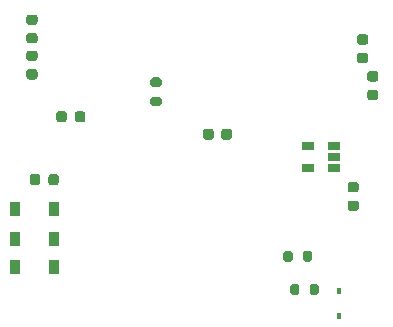
<source format=gbr>
G04 #@! TF.GenerationSoftware,KiCad,Pcbnew,5.1.8-1.fc33*
G04 #@! TF.CreationDate,2020-12-23T22:24:44+01:00*
G04 #@! TF.ProjectId,venom,76656e6f-6d2e-46b6-9963-61645f706362,rev?*
G04 #@! TF.SameCoordinates,Original*
G04 #@! TF.FileFunction,Paste,Bot*
G04 #@! TF.FilePolarity,Positive*
%FSLAX46Y46*%
G04 Gerber Fmt 4.6, Leading zero omitted, Abs format (unit mm)*
G04 Created by KiCad (PCBNEW 5.1.8-1.fc33) date 2020-12-23 22:24:44*
%MOMM*%
%LPD*%
G01*
G04 APERTURE LIST*
%ADD10R,0.900000X1.200000*%
%ADD11R,0.450000X0.600000*%
%ADD12R,1.060000X0.650000*%
G04 APERTURE END LIST*
G36*
G01*
X147825000Y-118336250D02*
X147825000Y-117823750D01*
G75*
G02*
X148043750Y-117605000I218750J0D01*
G01*
X148481250Y-117605000D01*
G75*
G02*
X148700000Y-117823750I0J-218750D01*
G01*
X148700000Y-118336250D01*
G75*
G02*
X148481250Y-118555000I-218750J0D01*
G01*
X148043750Y-118555000D01*
G75*
G02*
X147825000Y-118336250I0J218750D01*
G01*
G37*
G36*
G01*
X149400000Y-118336250D02*
X149400000Y-117823750D01*
G75*
G02*
X149618750Y-117605000I218750J0D01*
G01*
X150056250Y-117605000D01*
G75*
G02*
X150275000Y-117823750I0J-218750D01*
G01*
X150275000Y-118336250D01*
G75*
G02*
X150056250Y-118555000I-218750J0D01*
G01*
X149618750Y-118555000D01*
G75*
G02*
X149400000Y-118336250I0J218750D01*
G01*
G37*
D10*
X146540000Y-123070000D03*
X149840000Y-123070000D03*
X146540000Y-125450000D03*
X149840000Y-125450000D03*
X146550000Y-120560000D03*
X149850000Y-120560000D03*
G36*
G01*
X147743750Y-105670000D02*
X148256250Y-105670000D01*
G75*
G02*
X148475000Y-105888750I0J-218750D01*
G01*
X148475000Y-106326250D01*
G75*
G02*
X148256250Y-106545000I-218750J0D01*
G01*
X147743750Y-106545000D01*
G75*
G02*
X147525000Y-106326250I0J218750D01*
G01*
X147525000Y-105888750D01*
G75*
G02*
X147743750Y-105670000I218750J0D01*
G01*
G37*
G36*
G01*
X147743750Y-104095000D02*
X148256250Y-104095000D01*
G75*
G02*
X148475000Y-104313750I0J-218750D01*
G01*
X148475000Y-104751250D01*
G75*
G02*
X148256250Y-104970000I-218750J0D01*
G01*
X147743750Y-104970000D01*
G75*
G02*
X147525000Y-104751250I0J218750D01*
G01*
X147525000Y-104313750D01*
G75*
G02*
X147743750Y-104095000I218750J0D01*
G01*
G37*
G36*
G01*
X147743750Y-107155000D02*
X148256250Y-107155000D01*
G75*
G02*
X148475000Y-107373750I0J-218750D01*
G01*
X148475000Y-107811250D01*
G75*
G02*
X148256250Y-108030000I-218750J0D01*
G01*
X147743750Y-108030000D01*
G75*
G02*
X147525000Y-107811250I0J218750D01*
G01*
X147525000Y-107373750D01*
G75*
G02*
X147743750Y-107155000I218750J0D01*
G01*
G37*
G36*
G01*
X147743750Y-108730000D02*
X148256250Y-108730000D01*
G75*
G02*
X148475000Y-108948750I0J-218750D01*
G01*
X148475000Y-109386250D01*
G75*
G02*
X148256250Y-109605000I-218750J0D01*
G01*
X147743750Y-109605000D01*
G75*
G02*
X147525000Y-109386250I0J218750D01*
G01*
X147525000Y-108948750D01*
G75*
G02*
X147743750Y-108730000I218750J0D01*
G01*
G37*
G36*
G01*
X176603750Y-110470000D02*
X177116250Y-110470000D01*
G75*
G02*
X177335000Y-110688750I0J-218750D01*
G01*
X177335000Y-111126250D01*
G75*
G02*
X177116250Y-111345000I-218750J0D01*
G01*
X176603750Y-111345000D01*
G75*
G02*
X176385000Y-111126250I0J218750D01*
G01*
X176385000Y-110688750D01*
G75*
G02*
X176603750Y-110470000I218750J0D01*
G01*
G37*
G36*
G01*
X176603750Y-108895000D02*
X177116250Y-108895000D01*
G75*
G02*
X177335000Y-109113750I0J-218750D01*
G01*
X177335000Y-109551250D01*
G75*
G02*
X177116250Y-109770000I-218750J0D01*
G01*
X176603750Y-109770000D01*
G75*
G02*
X176385000Y-109551250I0J218750D01*
G01*
X176385000Y-109113750D01*
G75*
G02*
X176603750Y-108895000I218750J0D01*
G01*
G37*
G36*
G01*
X174943750Y-118275000D02*
X175456250Y-118275000D01*
G75*
G02*
X175675000Y-118493750I0J-218750D01*
G01*
X175675000Y-118931250D01*
G75*
G02*
X175456250Y-119150000I-218750J0D01*
G01*
X174943750Y-119150000D01*
G75*
G02*
X174725000Y-118931250I0J218750D01*
G01*
X174725000Y-118493750D01*
G75*
G02*
X174943750Y-118275000I218750J0D01*
G01*
G37*
G36*
G01*
X174943750Y-119850000D02*
X175456250Y-119850000D01*
G75*
G02*
X175675000Y-120068750I0J-218750D01*
G01*
X175675000Y-120506250D01*
G75*
G02*
X175456250Y-120725000I-218750J0D01*
G01*
X174943750Y-120725000D01*
G75*
G02*
X174725000Y-120506250I0J218750D01*
G01*
X174725000Y-120068750D01*
G75*
G02*
X174943750Y-119850000I218750J0D01*
G01*
G37*
G36*
G01*
X176256250Y-108225000D02*
X175743750Y-108225000D01*
G75*
G02*
X175525000Y-108006250I0J218750D01*
G01*
X175525000Y-107568750D01*
G75*
G02*
X175743750Y-107350000I218750J0D01*
G01*
X176256250Y-107350000D01*
G75*
G02*
X176475000Y-107568750I0J-218750D01*
G01*
X176475000Y-108006250D01*
G75*
G02*
X176256250Y-108225000I-218750J0D01*
G01*
G37*
G36*
G01*
X176256250Y-106650000D02*
X175743750Y-106650000D01*
G75*
G02*
X175525000Y-106431250I0J218750D01*
G01*
X175525000Y-105993750D01*
G75*
G02*
X175743750Y-105775000I218750J0D01*
G01*
X176256250Y-105775000D01*
G75*
G02*
X176475000Y-105993750I0J-218750D01*
G01*
X176475000Y-106431250D01*
G75*
G02*
X176256250Y-106650000I-218750J0D01*
G01*
G37*
G36*
G01*
X152515000Y-112503750D02*
X152515000Y-113016250D01*
G75*
G02*
X152296250Y-113235000I-218750J0D01*
G01*
X151858750Y-113235000D01*
G75*
G02*
X151640000Y-113016250I0J218750D01*
G01*
X151640000Y-112503750D01*
G75*
G02*
X151858750Y-112285000I218750J0D01*
G01*
X152296250Y-112285000D01*
G75*
G02*
X152515000Y-112503750I0J-218750D01*
G01*
G37*
G36*
G01*
X150940000Y-112503750D02*
X150940000Y-113016250D01*
G75*
G02*
X150721250Y-113235000I-218750J0D01*
G01*
X150283750Y-113235000D01*
G75*
G02*
X150065000Y-113016250I0J218750D01*
G01*
X150065000Y-112503750D01*
G75*
G02*
X150283750Y-112285000I218750J0D01*
G01*
X150721250Y-112285000D01*
G75*
G02*
X150940000Y-112503750I0J-218750D01*
G01*
G37*
G36*
G01*
X162485620Y-114489040D02*
X162485620Y-113989040D01*
G75*
G02*
X162710620Y-113764040I225000J0D01*
G01*
X163160620Y-113764040D01*
G75*
G02*
X163385620Y-113989040I0J-225000D01*
G01*
X163385620Y-114489040D01*
G75*
G02*
X163160620Y-114714040I-225000J0D01*
G01*
X162710620Y-114714040D01*
G75*
G02*
X162485620Y-114489040I0J225000D01*
G01*
G37*
G36*
G01*
X164035620Y-114489040D02*
X164035620Y-113989040D01*
G75*
G02*
X164260620Y-113764040I225000J0D01*
G01*
X164710620Y-113764040D01*
G75*
G02*
X164935620Y-113989040I0J-225000D01*
G01*
X164935620Y-114489040D01*
G75*
G02*
X164710620Y-114714040I-225000J0D01*
G01*
X164260620Y-114714040D01*
G75*
G02*
X164035620Y-114489040I0J225000D01*
G01*
G37*
D11*
X173982380Y-127491780D03*
X173982380Y-129591780D03*
G36*
G01*
X170654160Y-127088220D02*
X170654160Y-127638220D01*
G75*
G02*
X170454160Y-127838220I-200000J0D01*
G01*
X170054160Y-127838220D01*
G75*
G02*
X169854160Y-127638220I0J200000D01*
G01*
X169854160Y-127088220D01*
G75*
G02*
X170054160Y-126888220I200000J0D01*
G01*
X170454160Y-126888220D01*
G75*
G02*
X170654160Y-127088220I0J-200000D01*
G01*
G37*
G36*
G01*
X172304160Y-127088220D02*
X172304160Y-127638220D01*
G75*
G02*
X172104160Y-127838220I-200000J0D01*
G01*
X171704160Y-127838220D01*
G75*
G02*
X171504160Y-127638220I0J200000D01*
G01*
X171504160Y-127088220D01*
G75*
G02*
X171704160Y-126888220I200000J0D01*
G01*
X172104160Y-126888220D01*
G75*
G02*
X172304160Y-127088220I0J-200000D01*
G01*
G37*
G36*
G01*
X169269960Y-124834060D02*
X169269960Y-124284060D01*
G75*
G02*
X169469960Y-124084060I200000J0D01*
G01*
X169869960Y-124084060D01*
G75*
G02*
X170069960Y-124284060I0J-200000D01*
G01*
X170069960Y-124834060D01*
G75*
G02*
X169869960Y-125034060I-200000J0D01*
G01*
X169469960Y-125034060D01*
G75*
G02*
X169269960Y-124834060I0J200000D01*
G01*
G37*
G36*
G01*
X170919960Y-124834060D02*
X170919960Y-124284060D01*
G75*
G02*
X171119960Y-124084060I200000J0D01*
G01*
X171519960Y-124084060D01*
G75*
G02*
X171719960Y-124284060I0J-200000D01*
G01*
X171719960Y-124834060D01*
G75*
G02*
X171519960Y-125034060I-200000J0D01*
G01*
X171119960Y-125034060D01*
G75*
G02*
X170919960Y-124834060I0J200000D01*
G01*
G37*
G36*
G01*
X158221000Y-109427560D02*
X158771000Y-109427560D01*
G75*
G02*
X158971000Y-109627560I0J-200000D01*
G01*
X158971000Y-110027560D01*
G75*
G02*
X158771000Y-110227560I-200000J0D01*
G01*
X158221000Y-110227560D01*
G75*
G02*
X158021000Y-110027560I0J200000D01*
G01*
X158021000Y-109627560D01*
G75*
G02*
X158221000Y-109427560I200000J0D01*
G01*
G37*
G36*
G01*
X158221000Y-111077560D02*
X158771000Y-111077560D01*
G75*
G02*
X158971000Y-111277560I0J-200000D01*
G01*
X158971000Y-111677560D01*
G75*
G02*
X158771000Y-111877560I-200000J0D01*
G01*
X158221000Y-111877560D01*
G75*
G02*
X158021000Y-111677560I0J200000D01*
G01*
X158021000Y-111277560D01*
G75*
G02*
X158221000Y-111077560I200000J0D01*
G01*
G37*
D12*
X173609180Y-115227060D03*
X173609180Y-116177060D03*
X173609180Y-117127060D03*
X171409180Y-117127060D03*
X171409180Y-115227060D03*
M02*

</source>
